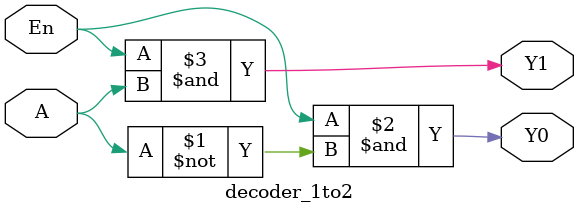
<source format=v>
module decoder_1to2 (
    input En,
    input A,
    output Y0,
    output Y1
);
    assign Y0 = En & ~A;
    assign Y1 = En & A;
endmodule
</source>
